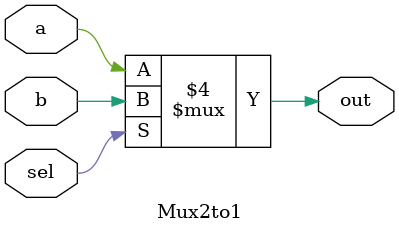
<source format=sv>
module Mux2to1(
  input logic a,b, sel,
  output logic out);
  always_comb 
    begin
      if (sel==0)
        out=a;
       else 
         out=b;
    end
endmodule

</source>
